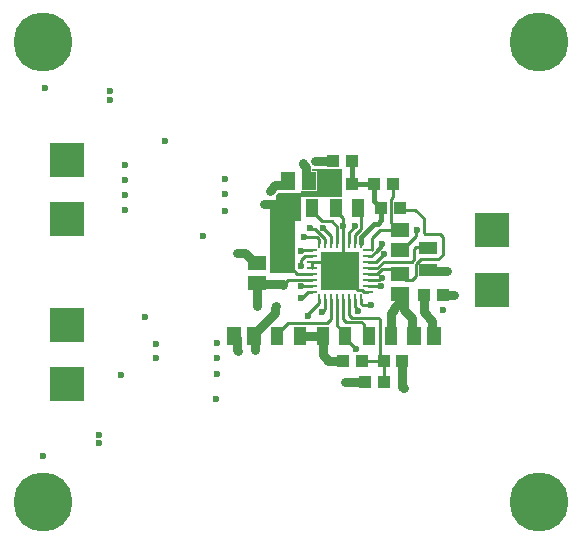
<source format=gbl>
G04*
G04 #@! TF.GenerationSoftware,Altium Limited,Altium Designer,20.0.13 (296)*
G04*
G04 Layer_Physical_Order=6*
G04 Layer_Color=16711680*
%FSLAX44Y44*%
%MOMM*%
G71*
G01*
G75*
%ADD16R,1.2000X1.5000*%
%ADD20R,1.1000X1.5000*%
%ADD30C,0.8000*%
%ADD31C,0.2540*%
%ADD32R,3.0000X3.0000*%
%ADD33C,5.0000*%
%ADD34C,0.6000*%
%ADD36R,1.5000X1.2000*%
%ADD37R,1.0000X1.0000*%
%ADD38R,1.5000X1.1000*%
%ADD39R,3.3000X3.3000*%
%ADD40O,0.2500X0.9000*%
%ADD41O,0.9000X0.2500*%
%ADD42C,0.4000*%
G36*
X293000Y299000D02*
X258000Y299000D01*
X258000Y278000D01*
X253000D01*
Y234000D01*
X232000D01*
Y291000D01*
X237000D01*
Y300000D01*
X239000Y302000D01*
X258000D01*
Y303500D01*
X271500D01*
Y320500D01*
X267598D01*
Y322000D01*
X293000D01*
Y299000D01*
D02*
G37*
D16*
X264500Y312000D02*
D03*
X247500D02*
D03*
X354000Y181000D02*
D03*
X371000D02*
D03*
X201500D02*
D03*
X218500D02*
D03*
D20*
X267000Y289000D02*
D03*
X248000D02*
D03*
X306500D02*
D03*
X287500D02*
D03*
X315500Y181000D02*
D03*
X334500D02*
D03*
X295500D02*
D03*
X276500D02*
D03*
X238000D02*
D03*
X257000D02*
D03*
D30*
X366000Y236500D02*
X366500Y236000D01*
X382000D01*
X378000Y216000D02*
X388000D01*
X262500Y314000D02*
X264500Y312000D01*
X262500Y314000D02*
Y323772D01*
X260000Y326272D02*
X262500Y323772D01*
X260000Y326272D02*
Y327000D01*
X218500Y181000D02*
X219000Y180500D01*
Y169000D02*
Y180500D01*
X278843Y162343D02*
X281186Y160000D01*
X276500Y164686D02*
X278843Y162343D01*
X218500Y181000D02*
Y182500D01*
X236000Y200000D01*
Y205000D01*
X237000Y206000D01*
X221000D02*
Y225500D01*
X221500Y225000D01*
X242500D01*
X243000Y224500D01*
X344000Y138000D02*
Y160000D01*
Y138000D02*
X345000Y137000D01*
X369000Y183000D02*
X371000Y181000D01*
X369000Y183000D02*
Y194000D01*
X362000Y201000D02*
X369000Y194000D01*
X362000Y201000D02*
Y216000D01*
X362000Y201000D02*
X362000Y201000D01*
X248000Y289000D02*
Y291000D01*
X246500Y292500D02*
X248000Y291000D01*
X244500Y292500D02*
X246500D01*
X244000Y293000D02*
X244500Y292500D01*
X227000Y293000D02*
X244000D01*
X276500Y164686D02*
Y181000D01*
X281186Y160000D02*
X294000D01*
X257000Y181000D02*
X276500D01*
X201500D02*
X203500Y179000D01*
Y169500D02*
Y179000D01*
Y169500D02*
X205000Y168000D01*
X219500Y242500D02*
X221000D01*
X211000Y251000D02*
X219500Y242500D01*
X204000Y251000D02*
X211000D01*
X295000Y142000D02*
X312000D01*
X337000Y205000D02*
X342000Y210000D01*
X352000Y183000D02*
X354000Y181000D01*
X352000Y183000D02*
Y196000D01*
X345000Y203000D02*
X352000Y196000D01*
X334500Y181000D02*
X334500Y181000D01*
Y200500D01*
X337000Y203000D01*
X342000Y216500D02*
X343000D01*
X345000Y214500D01*
Y203000D02*
Y214500D01*
X342000Y210000D02*
Y216500D01*
X337000Y203000D02*
Y205000D01*
X270000Y329000D02*
X285000D01*
X247500Y310500D02*
Y312000D01*
X245500Y308500D02*
X247500Y310500D01*
X236500Y308500D02*
X245500D01*
X232000Y304000D02*
X236500Y308500D01*
D31*
X314750Y243500D02*
X314770Y243520D01*
X321520D01*
X328000Y250000D01*
X321520Y252042D02*
X326338Y256860D01*
X319458Y249980D02*
X321520Y252042D01*
X326338Y257402D02*
X327000Y258064D01*
X325270Y256334D02*
X326338Y257402D01*
Y258338D01*
Y256860D02*
Y257402D01*
X319440Y249980D02*
X319458D01*
X326338Y258338D02*
X327000Y259000D01*
X317960Y248500D02*
X319440Y249980D01*
X314750Y248500D02*
X317960D01*
X321520Y252520D02*
X325270Y256270D01*
X321520Y252042D02*
Y252520D01*
X327000Y258064D02*
Y259000D01*
X325270Y256270D02*
Y256334D01*
X324936Y270500D02*
X340500D01*
X317980Y263544D02*
X324936Y270500D01*
X317980Y253520D02*
Y263544D01*
X340500Y270500D02*
X342000D01*
X308500Y212250D02*
X308512Y212238D01*
Y208488D02*
Y212238D01*
Y208488D02*
X310000Y207000D01*
X317000D01*
X314750Y228500D02*
X324564D01*
X326064Y230000D01*
X327000D01*
X337513Y237987D02*
X342000Y233500D01*
X327013Y237987D02*
X337513D01*
X314750Y233500D02*
X322526D01*
X327013Y237987D01*
X247000Y228500D02*
X267250D01*
X243000Y224500D02*
X247000Y228500D01*
X295500Y179000D02*
Y181000D01*
Y179000D02*
X304500Y170000D01*
X305000D01*
X276500Y243500D02*
X280000Y247000D01*
X267250Y243500D02*
X276500D01*
X267250Y238500D02*
Y243500D01*
X303500Y205086D02*
Y212250D01*
Y205086D02*
X306000Y202586D01*
Y202000D02*
Y202586D01*
X314750Y223500D02*
X314770Y223480D01*
X325520D01*
X326000Y223000D01*
X255000Y233500D02*
X267250D01*
X245000Y243500D02*
X255000Y233500D01*
X243000Y243500D02*
X245000D01*
X342000Y253500D02*
X343500D01*
X355338Y265338D01*
Y270338D01*
X356000Y271000D01*
X294000Y274000D02*
Y280500D01*
X287500Y287000D02*
Y289000D01*
Y287000D02*
X294000Y280500D01*
X293500Y259750D02*
X293520Y259770D01*
Y273520D01*
X294000Y274000D01*
X298500Y259750D02*
Y268500D01*
X304000Y274000D01*
X306500Y289000D02*
X309270Y286230D01*
Y271817D02*
Y286230D01*
X303500Y266047D02*
X309270Y271817D01*
X303500Y259750D02*
Y266047D01*
X302000Y224000D02*
X306020Y219980D01*
X310060D01*
X311540Y218500D01*
X314750D01*
X293500Y249500D02*
Y259750D01*
X291000Y247000D02*
X293500Y249500D01*
X264000Y199540D02*
X273500Y209040D01*
X264000Y198000D02*
Y199540D01*
X247000Y192000D02*
X280000D01*
X238000Y183000D02*
X247000Y192000D01*
X280000D02*
X283500Y195500D01*
Y212250D01*
X276000Y200875D02*
Y201000D01*
X278480Y203480D01*
Y212230D01*
X273500Y209040D02*
Y212250D01*
X238000Y181000D02*
Y183000D01*
X258000Y245064D02*
X261416Y248480D01*
X258000Y240000D02*
Y245064D01*
X266000Y272000D02*
X266662Y271338D01*
X270140D01*
X277040Y264420D02*
Y264438D01*
X270140Y271338D02*
X277040Y264438D01*
X278500Y259750D02*
Y262960D01*
X277040Y264420D02*
X278500Y262960D01*
X328020Y244000D02*
X352283D01*
X355488Y256000D02*
X365500D01*
X352283Y244000D02*
X354000Y245717D01*
Y254512D02*
X355488Y256000D01*
X354000Y245717D02*
Y254512D01*
X365500Y256000D02*
X366000Y255500D01*
X322520Y238500D02*
X328020Y244000D01*
X334000Y277000D02*
X340500Y270500D01*
X334000Y277000D02*
Y296635D01*
X336000Y298635D02*
Y310000D01*
X334000Y296635D02*
X336000Y298635D01*
X267000Y287000D02*
X276000Y278000D01*
X288500Y259750D02*
Y273500D01*
X284000Y278000D02*
X288500Y273500D01*
X276000Y278000D02*
X284000D01*
X267000Y287000D02*
Y289000D01*
X283480Y259770D02*
Y265520D01*
X277000Y272000D02*
X283480Y265520D01*
Y259770D02*
X283500Y259750D01*
X273500D02*
Y262960D01*
X271460Y265000D02*
X273500Y262960D01*
X261000Y265000D02*
X271460D01*
X375512Y267000D02*
X377948Y264564D01*
X374000Y246000D02*
X377948Y249948D01*
Y264564D01*
X359290Y246000D02*
X374000D01*
X352125Y228770D02*
X355310Y231955D01*
Y242020D01*
X359290Y246000D01*
X328000Y142000D02*
Y160000D01*
X310000D02*
X328000D01*
X298500Y199040D02*
Y212250D01*
X325000Y163000D02*
X328000Y160000D01*
X325000Y163000D02*
Y195000D01*
X301000Y196540D02*
X323460D01*
X325000Y195000D01*
X298500Y199040D02*
X301000Y196540D01*
X311270Y185230D02*
X315500Y181000D01*
X311270Y185230D02*
Y190730D01*
X309000Y193000D02*
X311270Y190730D01*
X293500Y195500D02*
X296000Y193000D01*
X309000D01*
X293500Y195500D02*
Y212250D01*
X288500Y190000D02*
Y212250D01*
Y190000D02*
X295500Y183000D01*
Y181000D02*
Y183000D01*
X278480Y212230D02*
X278500Y212250D01*
X264040Y218500D02*
X267250D01*
X258540Y213000D02*
X264040Y218500D01*
X258000Y213000D02*
X258540D01*
X267230Y223480D02*
X267250Y223500D01*
X258480Y223480D02*
X267230D01*
X258000Y223000D02*
X258480Y223480D01*
X267230Y248480D02*
X267250Y248500D01*
X261416Y248480D02*
X267230D01*
Y253480D02*
X267250Y253500D01*
X258480Y253480D02*
X267230D01*
X258000Y253000D02*
X258480Y253480D01*
X363488Y267000D02*
X375512D01*
X362000Y268488D02*
X363488Y267000D01*
X362000Y268488D02*
Y281000D01*
X346730Y228770D02*
X352125D01*
X343000Y288000D02*
X355000D01*
X362000Y281000D01*
X342000Y289000D02*
X343000Y288000D01*
X342000Y233500D02*
X346730Y228770D01*
X314750Y238500D02*
X322520D01*
X301000Y310000D02*
X301000Y310000D01*
X283000Y312000D02*
X285000Y310000D01*
D32*
X420000Y271000D02*
D03*
Y220000D02*
D03*
X60000Y330000D02*
D03*
Y280000D02*
D03*
Y140000D02*
D03*
Y190000D02*
D03*
D33*
X460000Y430000D02*
D03*
X40000D02*
D03*
X460000Y40000D02*
D03*
X40000D02*
D03*
D34*
X382000Y236000D02*
D03*
X388000Y216000D02*
D03*
X327000Y259000D02*
D03*
X328000Y250000D02*
D03*
X260000Y327000D02*
D03*
X317000Y207000D02*
D03*
X40000Y79000D02*
D03*
X41000Y391000D02*
D03*
X219000Y169000D02*
D03*
X327000Y230000D02*
D03*
X305000Y170000D02*
D03*
X306000Y202000D02*
D03*
X345000Y137000D02*
D03*
X278843Y162343D02*
D03*
X362000Y201000D02*
D03*
X326000Y223000D02*
D03*
X378000Y203000D02*
D03*
X227000Y293000D02*
D03*
X143000Y346000D02*
D03*
X205000Y168000D02*
D03*
X186000Y128000D02*
D03*
X204000Y251000D02*
D03*
X356000Y271000D02*
D03*
X295000Y142000D02*
D03*
X345000Y203000D02*
D03*
X337000D02*
D03*
X294000Y274000D02*
D03*
X304000D02*
D03*
X270000Y329000D02*
D03*
X232000Y304000D02*
D03*
X96000Y381000D02*
D03*
Y388000D02*
D03*
X87000Y90000D02*
D03*
Y97000D02*
D03*
X135000Y162000D02*
D03*
Y174000D02*
D03*
X126000Y197000D02*
D03*
X264000Y198000D02*
D03*
X106000Y148000D02*
D03*
X276000Y200875D02*
D03*
X187000Y149000D02*
D03*
Y162000D02*
D03*
Y175000D02*
D03*
X175000Y266000D02*
D03*
X258000Y240000D02*
D03*
X109000Y288000D02*
D03*
X266000Y272000D02*
D03*
X277000D02*
D03*
X109000Y326000D02*
D03*
X258000Y213000D02*
D03*
Y223000D02*
D03*
Y253000D02*
D03*
X109000Y300000D02*
D03*
Y313000D02*
D03*
X280000Y235000D02*
D03*
X302000Y236000D02*
D03*
X291000D02*
D03*
X302000Y224000D02*
D03*
X291000D02*
D03*
X280000D02*
D03*
X302000Y247000D02*
D03*
X291000D02*
D03*
X280000D02*
D03*
X261000Y265000D02*
D03*
X194000Y287000D02*
D03*
Y314000D02*
D03*
Y301000D02*
D03*
D36*
X221000Y242500D02*
D03*
Y225500D02*
D03*
X342000Y270500D02*
D03*
Y253500D02*
D03*
Y233500D02*
D03*
Y216500D02*
D03*
D37*
X285000Y329000D02*
D03*
X301000D02*
D03*
X301000Y310000D02*
D03*
X285000D02*
D03*
X320000D02*
D03*
X336000D02*
D03*
X326000Y289000D02*
D03*
X342000D02*
D03*
X378000Y216000D02*
D03*
X362000D02*
D03*
X328000Y160000D02*
D03*
X344000D02*
D03*
X310000D02*
D03*
X294000D02*
D03*
X312000Y142000D02*
D03*
X328000D02*
D03*
D38*
X366000Y255500D02*
D03*
Y236500D02*
D03*
D39*
X291000Y236000D02*
D03*
D40*
X308500Y259750D02*
D03*
X303500D02*
D03*
X298500D02*
D03*
X293500D02*
D03*
X288500D02*
D03*
X283500D02*
D03*
X278500D02*
D03*
X273500D02*
D03*
Y212250D02*
D03*
X278500D02*
D03*
X283500D02*
D03*
X288500D02*
D03*
X293500D02*
D03*
X298500D02*
D03*
X303500D02*
D03*
X308500D02*
D03*
D41*
X267250Y253500D02*
D03*
Y248500D02*
D03*
Y243500D02*
D03*
Y238500D02*
D03*
Y233500D02*
D03*
Y228500D02*
D03*
Y223500D02*
D03*
Y218500D02*
D03*
X314750D02*
D03*
Y223500D02*
D03*
Y228500D02*
D03*
Y233500D02*
D03*
Y238500D02*
D03*
Y243500D02*
D03*
Y248500D02*
D03*
Y253500D02*
D03*
D42*
X308500Y265008D02*
X319492Y276000D01*
X323000D01*
X308500Y259750D02*
Y265008D01*
X301000Y329000D02*
X301000Y329000D01*
Y310000D02*
Y329000D01*
X301000Y310000D02*
X301000Y310000D01*
Y310000D02*
X320000D01*
Y295000D02*
Y310000D01*
Y295000D02*
X326000Y289000D01*
Y279000D02*
Y289000D01*
X323000Y276000D02*
X326000Y279000D01*
M02*

</source>
